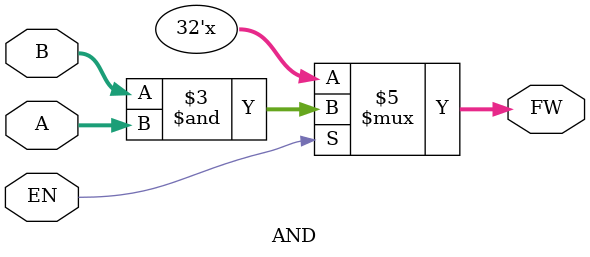
<source format=v>
module AND(FW,A,B,EN);
    parameter N=32;
    input [N-1:0] A,B;
    input EN;
    output reg [N-1:0] FW;
    
    always @(A,B,EN) begin
        if(EN==1) FW<=B&A;
        else FW<=32'bz;
    end
endmodule

</source>
